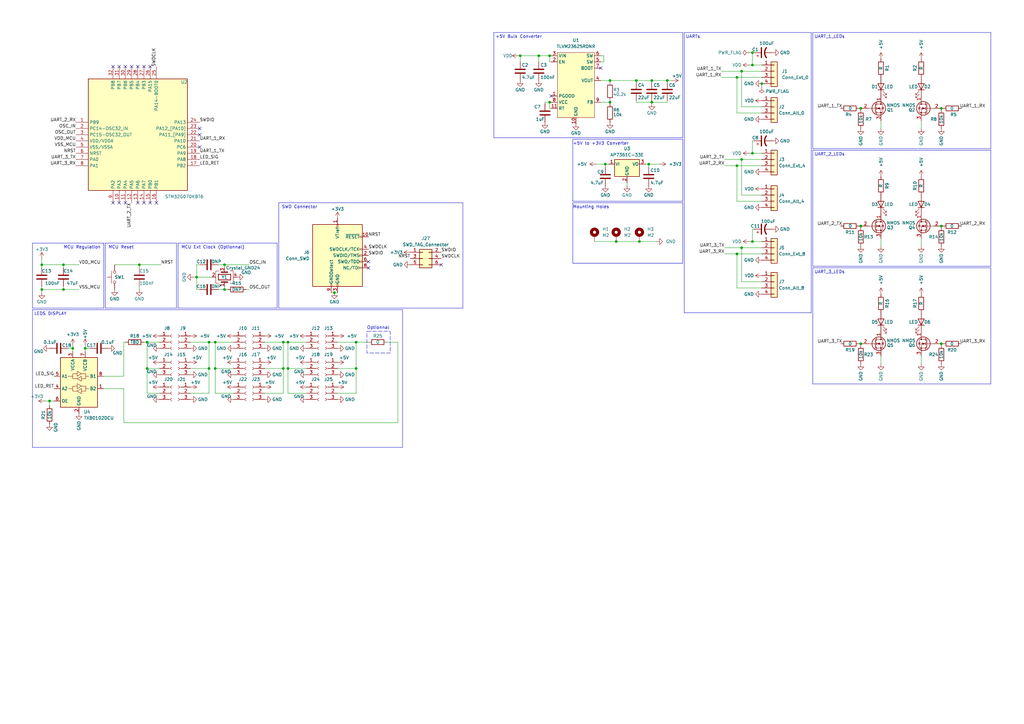
<source format=kicad_sch>
(kicad_sch (version 20230121) (generator eeschema)
  (paper "A3")
  (junction (at 250.19 41.91))
  (junction (at 267.335 33.02))
  (junction (at 116.205 140.335))
  (junction (at 304.165 29.21))
  (junction (at 267.335 41.91))
  (junction (at 146.05 151.13))
  (junction (at 80.645 113.665))
  (junction (at 57.15 108.585))
  (junction (at 213.36 22.86))
  (junction (at 17.145 118.745))
  (junction (at 225.425 22.86))
  (junction (at 137.16 120.015))
  (junction (at 88.265 151.13))
  (junction (at 308.61 26.67))
  (junction (at 116.205 151.13))
  (junction (at 353.06 140.97))
  (junction (at 92.075 118.745))
  (junction (at 29.845 142.875))
  (junction (at 26.035 118.745))
  (junction (at 60.325 151.13))
  (junction (at 308.61 99.06))
  (junction (at 92.075 108.585))
  (junction (at 302.26 104.14))
  (junction (at 17.145 108.585))
  (junction (at 386.08 44.45))
  (junction (at 60.325 140.335))
  (junction (at 304.165 65.405))
  (junction (at 118.11 151.13))
  (junction (at 386.08 140.97))
  (junction (at 304.165 101.6))
  (junction (at 220.98 22.86))
  (junction (at 260.985 33.02))
  (junction (at 353.06 44.45))
  (junction (at 312.42 34.29))
  (junction (at 248.285 67.31))
  (junction (at 225.425 41.91))
  (junction (at 252.73 99.06))
  (junction (at 386.08 92.71))
  (junction (at 85.725 140.335))
  (junction (at 353.06 92.71))
  (junction (at 118.11 140.335))
  (junction (at 88.265 140.335))
  (junction (at 146.05 140.335))
  (junction (at 26.035 108.585))
  (junction (at 20.32 164.465))
  (junction (at 308.61 21.59))
  (junction (at 262.255 99.06))
  (junction (at 302.26 67.945))
  (junction (at 308.61 62.865))
  (junction (at 85.725 151.13))
  (junction (at 266.065 67.31))
  (junction (at 34.925 142.875))
  (junction (at 273.685 33.02))
  (junction (at 250.19 33.02))
  (junction (at 302.26 31.75))
  (no_connect (at 48.895 83.185))
  (no_connect (at 64.135 83.185))
  (no_connect (at 61.595 83.185))
  (no_connect (at 81.915 60.325))
  (no_connect (at 61.595 27.305))
  (no_connect (at 59.055 83.185))
  (no_connect (at 81.915 52.705))
  (no_connect (at 51.435 83.185))
  (no_connect (at 151.13 109.855))
  (no_connect (at 151.13 107.315))
  (no_connect (at 46.355 83.185))
  (no_connect (at 48.895 27.305))
  (no_connect (at 180.975 108.585))
  (no_connect (at 53.975 27.305))
  (no_connect (at 56.515 27.305))
  (no_connect (at 246.38 27.94))
  (no_connect (at 56.515 83.185))
  (no_connect (at 46.355 27.305))
  (no_connect (at 226.06 39.37))
  (no_connect (at 59.055 27.305))
  (no_connect (at 51.435 27.305))
  (no_connect (at 81.915 55.245))
  (wire (pts (xy 65.405 161.29) (xy 60.325 161.29)))
  (wire (pts (xy 266.065 67.31) (xy 266.065 68.58)))
  (polyline (pts (xy 332.74 13.335) (xy 332.74 128.27)))
  (wire (pts (xy 312.42 35.56) (xy 312.42 34.29)))
  (wire (pts (xy 92.075 117.475) (xy 92.075 118.745)))
  (wire (pts (xy 304.165 29.21) (xy 312.42 29.21)))
  (polyline (pts (xy 234.95 83.185) (xy 280.035 83.185)))
  (wire (pts (xy 50.8 154.305) (xy 42.545 154.305)))
  (wire (pts (xy 352.425 44.45) (xy 353.06 44.45)))
  (polyline (pts (xy 72.39 99.695) (xy 72.39 126.365)))
  (wire (pts (xy 79.375 113.665) (xy 80.645 113.665)))
  (wire (pts (xy 85.725 161.29) (xy 85.725 151.13)))
  (wire (pts (xy 88.265 161.29) (xy 88.265 151.13)))
  (wire (pts (xy 244.475 67.31) (xy 248.285 67.31)))
  (wire (pts (xy 220.98 22.86) (xy 225.425 22.86)))
  (wire (pts (xy 220.98 22.86) (xy 220.98 25.4)))
  (wire (pts (xy 81.915 108.585) (xy 80.645 108.585)))
  (wire (pts (xy 260.985 41.91) (xy 260.985 41.275)))
  (wire (pts (xy 275.59 33.02) (xy 273.685 33.02)))
  (wire (pts (xy 118.11 161.29) (xy 125.73 161.29)))
  (polyline (pts (xy 13.335 127) (xy 13.335 183.515)))
  (wire (pts (xy 225.425 41.91) (xy 226.06 41.91)))
  (wire (pts (xy 158.75 140.335) (xy 163.195 140.335)))
  (wire (pts (xy 88.265 140.335) (xy 95.885 140.335)))
  (polyline (pts (xy 234.95 57.15) (xy 234.95 82.55)))
  (polyline (pts (xy 114.3 83.185) (xy 189.865 83.185)))
  (wire (pts (xy 92.075 118.745) (xy 89.535 118.745)))
  (wire (pts (xy 302.26 31.75) (xy 312.42 31.75)))
  (wire (pts (xy 163.195 173.355) (xy 50.8 173.355)))
  (polyline (pts (xy 73.025 99.695) (xy 113.665 99.695)))
  (wire (pts (xy 250.19 33.655) (xy 250.19 33.02)))
  (wire (pts (xy 57.15 108.585) (xy 66.04 108.585)))
  (wire (pts (xy 60.325 140.335) (xy 65.405 140.335)))
  (wire (pts (xy 267.335 33.655) (xy 267.335 33.02)))
  (wire (pts (xy 78.105 140.335) (xy 85.725 140.335)))
  (wire (pts (xy 304.165 115.57) (xy 304.165 101.6)))
  (polyline (pts (xy 280.035 57.15) (xy 280.035 82.55)))
  (wire (pts (xy 386.08 93.345) (xy 386.08 92.71)))
  (wire (pts (xy 85.725 140.335) (xy 88.265 140.335)))
  (wire (pts (xy 223.52 41.91) (xy 223.52 42.545)))
  (polyline (pts (xy 189.865 83.185) (xy 189.865 126.365)))
  (wire (pts (xy 17.145 120.015) (xy 17.145 118.745)))
  (wire (pts (xy 116.205 140.335) (xy 118.11 140.335)))
  (wire (pts (xy 108.585 151.13) (xy 116.205 151.13)))
  (polyline (pts (xy 333.375 109.855) (xy 406.4 109.855)))
  (wire (pts (xy 250.19 33.02) (xy 246.38 33.02)))
  (wire (pts (xy 60.325 161.29) (xy 60.325 151.13)))
  (wire (pts (xy 361.315 52.705) (xy 361.315 49.53)))
  (wire (pts (xy 60.325 140.335) (xy 59.055 140.335)))
  (wire (pts (xy 138.43 161.29) (xy 146.05 161.29)))
  (wire (pts (xy 394.335 44.45) (xy 393.7 44.45)))
  (wire (pts (xy 295.91 31.75) (xy 302.26 31.75)))
  (polyline (pts (xy 43.18 99.695) (xy 72.39 99.695)))
  (wire (pts (xy 304.165 101.6) (xy 312.42 101.6)))
  (wire (pts (xy 252.73 99.06) (xy 262.255 99.06)))
  (polyline (pts (xy 406.4 60.96) (xy 333.375 60.96)))
  (polyline (pts (xy 333.375 61.595) (xy 333.375 109.22)))
  (polyline (pts (xy 165.1 183.515) (xy 13.335 183.515)))
  (wire (pts (xy 36.83 142.875) (xy 34.925 142.875)))
  (wire (pts (xy 312.42 82.55) (xy 302.26 82.55)))
  (wire (pts (xy 118.11 151.13) (xy 125.73 151.13)))
  (wire (pts (xy 344.805 140.97) (xy 345.44 140.97)))
  (wire (pts (xy 34.925 141.605) (xy 34.925 142.875)))
  (wire (pts (xy 116.205 161.29) (xy 116.205 151.13)))
  (wire (pts (xy 273.685 33.655) (xy 273.685 33.02)))
  (wire (pts (xy 308.61 62.865) (xy 312.42 62.865)))
  (wire (pts (xy 307.34 99.06) (xy 308.61 99.06)))
  (wire (pts (xy 307.34 26.67) (xy 308.61 26.67)))
  (polyline (pts (xy 114.3 126.365) (xy 189.865 126.365)))
  (polyline (pts (xy 332.74 128.27) (xy 280.67 128.27)))
  (wire (pts (xy 266.065 67.31) (xy 270.51 67.31)))
  (wire (pts (xy 29.845 142.875) (xy 29.845 144.145)))
  (wire (pts (xy 377.825 52.705) (xy 377.825 49.53)))
  (wire (pts (xy 394.335 140.97) (xy 393.7 140.97)))
  (wire (pts (xy 26.035 108.585) (xy 32.385 108.585)))
  (wire (pts (xy 307.34 62.865) (xy 308.61 62.865)))
  (wire (pts (xy 247.65 22.86) (xy 247.65 25.4)))
  (wire (pts (xy 385.445 44.45) (xy 386.08 44.45)))
  (wire (pts (xy 353.06 45.085) (xy 353.06 44.45)))
  (wire (pts (xy 151.13 140.335) (xy 146.05 140.335)))
  (polyline (pts (xy 43.18 126.365) (xy 43.18 99.695)))
  (wire (pts (xy 26.035 118.745) (xy 26.035 117.475)))
  (wire (pts (xy 26.035 118.745) (xy 32.385 118.745)))
  (polyline (pts (xy 280.035 107.95) (xy 234.95 107.95)))
  (polyline (pts (xy 280.67 13.335) (xy 280.67 128.27)))
  (wire (pts (xy 297.18 65.405) (xy 304.165 65.405)))
  (polyline (pts (xy 280.035 56.515) (xy 202.565 56.515)))
  (wire (pts (xy 312.42 115.57) (xy 304.165 115.57)))
  (polyline (pts (xy 406.4 13.335) (xy 406.4 60.96)))
  (wire (pts (xy 27.94 142.875) (xy 29.845 142.875)))
  (wire (pts (xy 226.06 25.4) (xy 225.425 25.4)))
  (wire (pts (xy 17.145 108.585) (xy 26.035 108.585)))
  (wire (pts (xy 297.18 101.6) (xy 304.165 101.6)))
  (polyline (pts (xy 13.335 99.695) (xy 13.335 126.365)))
  (wire (pts (xy 80.645 113.665) (xy 80.645 118.745)))
  (wire (pts (xy 29.845 141.605) (xy 29.845 142.875)))
  (wire (pts (xy 88.265 161.29) (xy 95.885 161.29)))
  (wire (pts (xy 267.335 41.91) (xy 273.685 41.91)))
  (wire (pts (xy 312.42 118.11) (xy 302.26 118.11)))
  (wire (pts (xy 307.34 21.59) (xy 308.61 21.59)))
  (wire (pts (xy 304.165 80.01) (xy 304.165 65.405)))
  (wire (pts (xy 250.19 42.545) (xy 250.19 41.91)))
  (polyline (pts (xy 234.95 57.15) (xy 280.035 57.15)))
  (polyline (pts (xy 13.335 99.695) (xy 42.545 99.695)))
  (wire (pts (xy 352.425 140.97) (xy 353.06 140.97)))
  (wire (pts (xy 226.06 44.45) (xy 225.425 44.45)))
  (wire (pts (xy 353.695 140.97) (xy 353.06 140.97)))
  (wire (pts (xy 302.26 104.14) (xy 312.42 104.14)))
  (wire (pts (xy 247.65 25.4) (xy 246.38 25.4)))
  (wire (pts (xy 260.985 41.91) (xy 267.335 41.91)))
  (polyline (pts (xy 333.375 13.335) (xy 333.375 60.96)))
  (wire (pts (xy 146.05 161.29) (xy 146.05 151.13)))
  (polyline (pts (xy 42.545 126.365) (xy 13.335 126.365)))
  (polyline (pts (xy 280.035 13.335) (xy 280.035 56.515)))
  (wire (pts (xy 273.685 41.91) (xy 273.685 41.275)))
  (wire (pts (xy 377.825 100.965) (xy 377.825 97.79)))
  (polyline (pts (xy 202.565 13.335) (xy 280.035 13.335)))
  (polyline (pts (xy 406.4 109.855) (xy 406.4 157.48)))
  (polyline (pts (xy 42.545 99.695) (xy 42.545 126.365)))
  (wire (pts (xy 386.715 44.45) (xy 386.08 44.45)))
  (wire (pts (xy 17.145 118.745) (xy 17.145 117.475)))
  (wire (pts (xy 352.425 92.71) (xy 353.06 92.71)))
  (wire (pts (xy 385.445 92.71) (xy 386.08 92.71)))
  (wire (pts (xy 394.335 92.71) (xy 393.7 92.71)))
  (polyline (pts (xy 406.4 61.595) (xy 406.4 109.22)))
  (wire (pts (xy 262.255 99.06) (xy 269.24 99.06)))
  (wire (pts (xy 20.32 164.465) (xy 20.32 166.37)))
  (wire (pts (xy 260.985 33.02) (xy 260.985 33.655)))
  (wire (pts (xy 92.075 118.745) (xy 93.345 118.745)))
  (wire (pts (xy 386.715 140.97) (xy 386.08 140.97)))
  (wire (pts (xy 223.52 41.91) (xy 225.425 41.91)))
  (wire (pts (xy 250.19 41.91) (xy 246.38 41.91)))
  (wire (pts (xy 309.245 21.59) (xy 308.61 21.59)))
  (wire (pts (xy 302.26 46.355) (xy 302.26 31.75)))
  (wire (pts (xy 18.415 164.465) (xy 20.32 164.465)))
  (wire (pts (xy 22.225 164.465) (xy 20.32 164.465)))
  (polyline (pts (xy 333.375 13.335) (xy 406.4 13.335)))
  (wire (pts (xy 50.8 159.385) (xy 42.545 159.385)))
  (wire (pts (xy 267.335 33.02) (xy 260.985 33.02)))
  (wire (pts (xy 308.61 99.06) (xy 312.42 99.06)))
  (polyline (pts (xy 333.375 61.595) (xy 406.4 61.595)))
  (wire (pts (xy 312.42 80.01) (xy 304.165 80.01)))
  (polyline (pts (xy 280.035 82.55) (xy 234.95 82.55)))
  (wire (pts (xy 137.16 120.015) (xy 138.43 120.015)))
  (wire (pts (xy 78.105 161.29) (xy 85.725 161.29)))
  (wire (pts (xy 225.425 44.45) (xy 225.425 41.91)))
  (polyline (pts (xy 73.025 99.695) (xy 73.025 126.365)))
  (wire (pts (xy 385.445 140.97) (xy 386.08 140.97)))
  (wire (pts (xy 344.805 92.71) (xy 345.44 92.71)))
  (wire (pts (xy 118.11 140.335) (xy 125.73 140.335)))
  (wire (pts (xy 386.715 92.71) (xy 386.08 92.71)))
  (wire (pts (xy 26.035 108.585) (xy 26.035 109.855)))
  (wire (pts (xy 85.725 151.13) (xy 85.725 140.335)))
  (wire (pts (xy 353.695 92.71) (xy 353.06 92.71)))
  (polyline (pts (xy 202.565 13.335) (xy 202.565 56.515)))
  (wire (pts (xy 243.84 99.06) (xy 252.73 99.06)))
  (wire (pts (xy 249.555 67.31) (xy 248.285 67.31)))
  (wire (pts (xy 304.165 29.21) (xy 304.165 43.815)))
  (wire (pts (xy 57.15 117.475) (xy 57.15 118.745)))
  (wire (pts (xy 302.26 67.945) (xy 312.42 67.945)))
  (wire (pts (xy 386.08 141.605) (xy 386.08 140.97)))
  (wire (pts (xy 304.165 65.405) (xy 312.42 65.405)))
  (wire (pts (xy 88.265 140.335) (xy 88.265 151.13)))
  (wire (pts (xy 297.18 67.945) (xy 302.26 67.945)))
  (wire (pts (xy 308.61 57.785) (xy 308.61 62.865)))
  (wire (pts (xy 361.315 149.225) (xy 361.315 146.05)))
  (wire (pts (xy 92.075 108.585) (xy 102.235 108.585)))
  (wire (pts (xy 137.16 120.015) (xy 135.89 120.015)))
  (wire (pts (xy 220.98 22.86) (xy 213.36 22.86)))
  (wire (pts (xy 353.06 141.605) (xy 353.06 140.97)))
  (polyline (pts (xy 406.4 157.48) (xy 333.375 157.48)))
  (wire (pts (xy 302.26 118.11) (xy 302.26 104.14)))
  (wire (pts (xy 304.165 43.815) (xy 312.42 43.815)))
  (wire (pts (xy 57.15 108.585) (xy 46.99 108.585)))
  (polyline (pts (xy 333.375 109.855) (xy 333.375 157.48)))
  (wire (pts (xy 267.335 41.91) (xy 267.335 41.275)))
  (wire (pts (xy 116.205 151.13) (xy 116.205 140.335)))
  (wire (pts (xy 17.145 108.585) (xy 17.145 109.855)))
  (wire (pts (xy 88.265 151.13) (xy 95.885 151.13)))
  (wire (pts (xy 308.61 21.59) (xy 308.61 26.67)))
  (polyline (pts (xy 280.035 83.185) (xy 280.035 107.95)))
  (wire (pts (xy 92.075 108.585) (xy 89.535 108.585)))
  (polyline (pts (xy 406.4 109.22) (xy 333.375 109.22)))
  (wire (pts (xy 146.05 140.335) (xy 146.05 151.13)))
  (wire (pts (xy 309.245 57.785) (xy 308.61 57.785)))
  (wire (pts (xy 57.15 109.855) (xy 57.15 108.585)))
  (polyline (pts (xy 113.665 99.695) (xy 113.665 126.365)))
  (wire (pts (xy 17.145 106.045) (xy 17.145 108.585)))
  (wire (pts (xy 309.245 93.98) (xy 308.61 93.98)))
  (wire (pts (xy 361.315 100.965) (xy 361.315 97.79)))
  (wire (pts (xy 257.175 76.2) (xy 257.175 74.93)))
  (wire (pts (xy 92.075 109.855) (xy 92.075 108.585)))
  (wire (pts (xy 138.43 151.13) (xy 146.05 151.13)))
  (wire (pts (xy 308.61 26.67) (xy 312.42 26.67)))
  (wire (pts (xy 250.19 41.275) (xy 250.19 41.91)))
  (wire (pts (xy 108.585 161.29) (xy 116.205 161.29)))
  (polyline (pts (xy 280.67 13.335) (xy 332.74 13.335)))
  (wire (pts (xy 50.8 140.335) (xy 51.435 140.335)))
  (wire (pts (xy 308.61 93.98) (xy 308.61 99.06)))
  (wire (pts (xy 118.11 140.335) (xy 118.11 151.13)))
  (wire (pts (xy 353.06 93.345) (xy 353.06 92.71)))
  (wire (pts (xy 146.05 140.335) (xy 138.43 140.335)))
  (wire (pts (xy 246.38 22.86) (xy 247.65 22.86)))
  (wire (pts (xy 163.195 140.335) (xy 163.195 173.355)))
  (polyline (pts (xy 114.3 126.365) (xy 114.3 83.185)))
  (wire (pts (xy 353.695 44.45) (xy 353.06 44.45)))
  (wire (pts (xy 302.26 82.55) (xy 302.26 67.945)))
  (wire (pts (xy 250.19 33.02) (xy 260.985 33.02)))
  (wire (pts (xy 17.145 118.745) (xy 26.035 118.745)))
  (wire (pts (xy 225.425 25.4) (xy 225.425 22.86)))
  (wire (pts (xy 264.795 67.31) (xy 266.065 67.31)))
  (wire (pts (xy 386.08 45.085) (xy 386.08 44.45)))
  (wire (pts (xy 50.8 140.335) (xy 50.8 154.305)))
  (wire (pts (xy 377.825 149.225) (xy 377.825 146.05)))
  (wire (pts (xy 344.805 44.45) (xy 345.44 44.45)))
  (wire (pts (xy 213.36 25.4) (xy 213.36 22.86)))
  (wire (pts (xy 80.645 118.745) (xy 81.915 118.745)))
  (wire (pts (xy 267.335 42.545) (xy 267.335 41.91)))
  (wire (pts (xy 50.8 173.355) (xy 50.8 159.385)))
  (wire (pts (xy 212.725 22.86) (xy 213.36 22.86)))
  (wire (pts (xy 34.925 142.875) (xy 34.925 144.145)))
  (polyline (pts (xy 165.1 127) (xy 165.1 183.515)))
  (wire (pts (xy 100.965 118.745) (xy 102.235 118.745)))
  (wire (pts (xy 312.42 46.355) (xy 302.26 46.355)))
  (wire (pts (xy 78.105 151.13) (xy 85.725 151.13)))
  (polyline (pts (xy 13.335 127) (xy 165.1 127)))
  (wire (pts (xy 86.995 113.665) (xy 80.645 113.665)))
  (wire (pts (xy 248.285 67.31) (xy 248.285 68.58)))
  (wire (pts (xy 80.645 108.585) (xy 80.645 113.665)))
  (wire (pts (xy 297.18 104.14) (xy 302.26 104.14)))
  (wire (pts (xy 65.405 151.13) (xy 60.325 151.13)))
  (wire (pts (xy 267.335 33.02) (xy 273.685 33.02)))
  (polyline (pts (xy 72.39 126.365) (xy 43.18 126.365)))
  (polyline (pts (xy 234.95 83.185) (xy 234.95 107.95)))
  (polyline (pts (xy 113.665 126.365) (xy 73.025 126.365)))
  (wire (pts (xy 118.11 151.13) (xy 118.11 161.29)))
  (wire (pts (xy 295.91 29.21) (xy 304.165 29.21)))
  (wire (pts (xy 225.425 22.86) (xy 226.06 22.86)))
  (wire (pts (xy 60.325 151.13) (xy 60.325 140.335)))
  (wire (pts (xy 108.585 140.335) (xy 116.205 140.335)))
  (rectangle (start 150.495 135.89) (end 160.02 144.78) (stroke (width 0) (type dash)))
  (text "UART_2_LEDs" (at 334.01 64.135 0) (effects (font (size 1.27 1.27)) (justify left bottom)))
  (text "+5V to +3V3 Converter" (at 234.95 59.69 0) (effects (font (size 1.27 1.27)) (justify left bottom)))
  (text "+5V Bulk Converter" (at 203.2 15.875 0) (effects (font (size 1.27 1.27)) (justify left bottom)))
  (text "Optionnal" (at 150.495 135.255 0) (effects (font (size 1.27 1.27)) (justify left bottom)))
  (text "SWD Connector" (at 115.57 85.725 0) (effects (font (size 1.27 1.27)) (justify left bottom)))
  (text "LEDS DISPLAY" (at 13.97 129.54 0) (effects (font (size 1.27 1.27)) (justify left bottom)))
  (text "UART_1_LEDs" (at 334.01 15.875 0) (effects (font (size 1.27 1.27)) (justify left bottom)))
  (text "UART_3_LEDs" (at 334.01 112.395 0) (effects (font (size 1.27 1.27)) (justify left bottom)))
  (text "MCU Reset" (at 44.45 102.235 0) (effects (font (size 1.27 1.27)) (justify left bottom)))
  (text "UARTs" (at 281.305 15.875 0) (effects (font (size 1.27 1.27)) (justify left bottom)))
  (text "MCU Ext Clock (Optionnal)" (at 74.295 102.235 0) (effects (font (size 1.27 1.27)) (justify left bottom)))
  (text "MCU Regulation" (at 26.035 102.235 0) (effects (font (size 1.27 1.27)) (justify left bottom)))
  (text "Mounting Holes" (at 234.95 85.725 0) (effects (font (size 1.27 1.27)) (justify left bottom)))
  (label "UART_1_TX" (at 81.915 62.865 0))
  (label "NRST" (at 31.115 62.865 180))
  (label "LED_SIG" (at 22.225 154.305 180))
  (label "SWDCLK" (at 64.135 27.305 90))
  (label "UART_1_TX" (at 345.44 44.45 180))
  (label "NRST" (at 66.04 108.585 0))
  (label "VSS_MCU" (at 32.385 118.745 0))
  (label "OSC_OUT" (at 31.115 55.245 180))
  (label "NRST" (at 168.275 106.045 180))
  (label "UART_3_RX" (at 297.18 104.14 180))
  (label "LED_SIG" (at 81.915 65.405 0))
  (label "UART_3_TX" (at 345.44 140.97 180))
  (label "UART_1_RX" (at 295.91 31.75 180))
  (label "SWDIO" (at 151.13 104.775 0))
  (label "OSC_IN" (at 102.235 108.585 0))
  (label "OSC_OUT" (at 102.235 118.745 0))
  (label "UART_3_RX" (at 31.115 67.945 180))
  (label "UART_3_TX" (at 297.18 101.6 180))
  (label "UART_3_RX" (at 393.7 140.97 0))
  (label "LED_RET" (at 22.225 159.385 180))
  (label "SWDIO" (at 180.975 103.505 0))
  (label "SWDIO" (at 81.915 50.165 0))
  (label "SWDCLK" (at 180.975 106.045 0))
  (label "UART_2_RX" (at 393.7 92.71 0))
  (label "SWDCLK" (at 151.13 102.235 0))
  (label "UART_1_RX" (at 81.915 57.785 0))
  (label "UART_2_RX" (at 297.18 67.945 180))
  (label "UART_2_RX" (at 31.115 50.165 180))
  (label "UART_2_TX" (at 53.975 83.185 270))
  (label "UART_2_TX" (at 297.18 65.405 180))
  (label "UART_1_TX" (at 295.91 29.21 180))
  (label "UART_3_TX" (at 31.115 65.405 180))
  (label "UART_2_TX" (at 345.44 92.71 180))
  (label "LED_RET" (at 81.915 67.945 0))
  (label "VDD_MCU" (at 31.115 57.785 180))
  (label "UART_1_RX" (at 393.7 44.45 0))
  (label "NRST" (at 151.13 97.155 0))
  (label "VDD_MCU" (at 32.385 108.585 0))
  (label "VSS_MCU" (at 31.115 60.325 180))
  (label "OSC_IN" (at 31.115 52.705 180))
  (symbol (lib_id "power:GND") (at 125.73 153.67 270) (unit 1)
    (property "Reference" "#PWR080" (effects hide))
    (property "Value" "GND" (at 122.555 152.4 90))
  )
  (symbol (lib_id "Device:R") (at 377.825 124.46 0) (mirror y) (unit 1)
    (property "Reference" "R17" (at 375.285 124.46 90))
    (property "Value" "R" (at 377.825 124.46 90))
    (property "Footprint" "Resistor_SMD:R_0805_2012Metric_Pad1.20x1.40mm_HandSolder" (effects hide))
  )
  (symbol (lib_id "Connector_Generic:Conn_01x04") (at 317.5 80.01 0) (unit 1)
    (property "Reference" "J4" (at 319.405 80.01 0) (effects (justify left)))
    (property "Value" "Conn_Alt_4" (at 319.405 82.55 0) (effects (justify left)))
    (property "Footprint" "Connector_JST:JST_XH_B4B-XH-A_1x04_P2.50mm_Vertical" (effects hide))
  )
  (symbol (lib_id "Device:C_Polarized_US") (at 313.055 57.785 90) (unit 1)
    (property "Reference" "C8" (at 311.15 56.515 90) (effects (justify left)))
    (property "Value" "100uF" (at 317.5 53.975 90) (effects (justify left)))
    (property "Footprint" "Capacitor_THT:CP_Radial_D8.0mm_P3.50mm" (effects hide))
  )
  (symbol (lib_id "power:GND") (at 32.385 169.545 0) (unit 1)
    (property "Reference" "#PWR096" (effects hide))
    (property "Value" "GND" (at 32.385 174.625 90))
  )
  (symbol (lib_id "Switch:SW_Push") (at 46.99 113.665 90) (unit 1)
    (property "Reference" "SW1" (at 46.99 113.665 90) (effects (justify right)))
    (property "Value" "SW_Push" (effects hide))
    (property "Footprint" "Button_Switch_SMD:SW_Push_1P1T_NO_CK_KSC7xxJ" (effects hide))
  )
  (symbol (lib_id "power:GND") (at 57.15 118.745 0) (unit 1)
    (property "Reference" "#PWR044" (effects hide))
    (property "Value" "GND" (at 57.15 122.555 0))
  )
  (symbol (lib_id "power:GND") (at 220.98 33.02 0) (unit 1)
    (property "Reference" "#PWR07" (effects hide))
    (property "Value" "GND" (at 220.98 36.83 0))
  )
  (symbol (lib_id "Device:LED") (at 377.825 132.08 270) (mirror x) (unit 1)
    (property "Reference" "D6" (at 380.365 132.08 90))
    (property "Value" "LED" (at 374.65 132.08 90))
    (property "Footprint" "LED_SMD:LED_0805_2012Metric_Pad1.15x1.40mm_HandSolder" (effects hide))
  )
  (symbol (lib_id "power:GND") (at 248.285 76.2 0) (mirror y) (unit 1)
    (property "Reference" "#PWR027" (effects hide))
    (property "Value" "GND" (at 248.285 80.01 0))
  )
  (symbol (lib_id "Device:C") (at 267.335 37.465 0) (unit 1)
    (property "Reference" "C5" (at 267.97 34.925 0) (effects (justify left)))
    (property "Value" "22uF" (at 267.97 40.005 0) (effects (justify left)))
    (property "Footprint" "Capacitor_SMD:C_0805_2012Metric_Pad1.18x1.45mm_HandSolder" (effects hide))
  )
  (symbol (lib_id "power:+3V3") (at 17.145 106.045 0) (unit 1)
    (property "Reference" "#PWR039" (effects hide))
    (property "Value" "+3V3" (at 17.145 102.235 0))
  )
  (symbol (lib_id "power:GND") (at 17.145 120.015 0) (unit 1)
    (property "Reference" "#PWR045" (effects hide))
    (property "Value" "GND" (at 17.145 123.825 0))
  )
  (symbol (lib_id "power:GND") (at 108.585 153.67 90) (unit 1)
    (property "Reference" "#PWR079" (effects hide))
    (property "Value" "GND" (at 113.665 153.67 90))
  )
  (symbol (lib_id "power:GND") (at 267.335 42.545 0) (unit 1)
    (property "Reference" "#PWR011" (effects hide))
    (property "Value" "GND" (at 267.335 46.355 0))
  )
  (symbol (lib_id "power:GND") (at 386.08 149.225 0) (mirror y) (unit 1)
    (property "Reference" "#PWR075" (effects hide))
    (property "Value" "GND" (at 386.08 154.305 90))
  )
  (symbol (lib_id "Connector:Conn_01x03_Female") (at 133.35 161.29 0) (mirror y) (unit 1)
    (property "Reference" "J25" (at 136.525 155.575 0) (effects (justify left)))
    (property "Value" "Conn_01x03_Female" (effects hide))
    (property "Footprint" "Connector_Wire:SolderWirePad_1x03_Corner_SMD" (effects hide))
  )
  (symbol (lib_id "Device:Q_NMOS_DGS") (at 358.775 44.45 0) (unit 1)
    (property "Reference" "Q1" (at 365.125 45.085 0))
    (property "Value" "NMOS" (at 366.395 43.18 0))
    (property "Footprint" "PCM_Package_TO_SOT_SMD_AKL:SOT-23_Handsoldering" (effects hide))
  )
  (symbol (lib_id "power:+5V") (at 65.405 158.75 90) (unit 1)
    (property "Reference" "#PWR082" (effects hide))
    (property "Value" "+5V" (at 64.77 156.845 90) (effects (justify left)))
  )
  (symbol (lib_id "power:GND") (at 213.36 33.02 0) (unit 1)
    (property "Reference" "#PWR06" (effects hide))
    (property "Value" "GND" (at 213.36 36.83 0))
  )
  (symbol (lib_id "power:GND") (at 250.19 50.165 0) (unit 1)
    (property "Reference" "#PWR014" (effects hide))
    (property "Value" "GND" (at 250.19 53.975 0))
  )
  (symbol (lib_id "Device:LED") (at 377.825 83.82 270) (mirror x) (unit 1)
    (property "Reference" "D4" (at 380.365 83.82 90))
    (property "Value" "LED" (at 374.65 83.82 90))
    (property "Footprint" "LED_SMD:LED_0805_2012Metric_Pad1.15x1.40mm_HandSolder" (effects hide))
  )
  (symbol (lib_id "Device:R") (at 55.245 140.335 90) (unit 1)
    (property "Reference" "R18" (at 55.245 137.795 90))
    (property "Value" "TBD" (at 55.245 140.335 90))
    (property "Footprint" "Resistor_SMD:R_0805_2012Metric_Pad1.20x1.40mm_HandSolder" (effects hide))
  )
  (symbol (lib_id "power:+5V") (at 138.43 137.795 270) (unit 1)
    (property "Reference" "#PWR055" (effects hide))
    (property "Value" "+5V" (at 142.24 137.795 90) (effects (justify left)))
  )
  (symbol (lib_id "Device:R") (at 348.615 92.71 270) (unit 1)
    (property "Reference" "R11" (at 346.71 95.25 90) (effects (justify left)))
    (property "Value" "0" (at 347.98 92.71 90) (effects (justify left)))
    (property "Footprint" "Resistor_SMD:R_0805_2012Metric_Pad1.20x1.40mm_HandSolder" (effects hide))
  )
  (symbol (lib_id "Device:C") (at 223.52 46.355 0) (unit 1)
    (property "Reference" "C7" (at 219.075 43.815 0) (effects (justify left)))
    (property "Value" "1uF" (at 219.71 48.895 0) (effects (justify left)))
    (property "Footprint" "Capacitor_SMD:C_0805_2012Metric_Pad1.18x1.45mm_HandSolder" (effects hide))
  )
  (symbol (lib_id "power:GND") (at 125.73 163.83 270) (unit 1)
    (property "Reference" "#PWR092" (effects hide))
    (property "Value" "GND" (at 122.555 162.56 90))
  )
  (symbol (lib_id "Device:R") (at 154.94 140.335 90) (unit 1)
    (property "Reference" "R25" (at 154.94 137.795 90))
    (property "Value" "0" (at 154.94 140.335 90))
    (property "Footprint" "Resistor_SMD:R_0805_2012Metric_Pad1.20x1.40mm_HandSolder" (effects hide))
  )
  (symbol (lib_id "power:GND") (at 312.42 106.68 270) (unit 1)
    (property "Reference" "#PWR040" (effects hide))
    (property "Value" "GND" (at 309.245 106.68 90) (effects (justify right)))
  )
  (symbol (lib_id "Device:R") (at 361.315 124.46 0) (unit 1)
    (property "Reference" "R16" (at 363.855 124.46 90))
    (property "Value" "R" (at 361.315 124.46 90))
    (property "Footprint" "Resistor_SMD:R_0805_2012Metric_Pad1.20x1.40mm_HandSolder" (effects hide))
  )
  (symbol (lib_id "power:+3V3") (at 270.51 67.31 270) (unit 1)
    (property "Reference" "#PWR023" (effects hide))
    (property "Value" "+3V3" (at 274.32 67.31 90) (effects (justify left)))
  )
  (symbol (lib_id "power:+5V") (at 65.405 148.59 90) (unit 1)
    (property "Reference" "#PWR065" (effects hide))
    (property "Value" "+5V" (at 64.77 146.685 90) (effects (justify left)))
  )
  (symbol (lib_id "Connector:Conn_01x03_Female") (at 73.025 151.13 0) (mirror y) (unit 1)
    (property "Reference" "J15" (at 76.2 145.415 0) (effects (justify left)))
    (property "Value" "Conn_01x03_Female" (effects hide))
    (property "Footprint" "Connector_JST:JST_XH_B3B-XH-A_1x03_P2.50mm_Vertical" (effects hide))
  )
  (symbol (lib_id "Regulator_Linear:AP7361C-33E") (at 257.175 67.31 0) (unit 1)
    (property "Reference" "U3" (at 257.175 60.96 0))
    (property "Value" "AP7361C-33E" (at 257.175 63.5 0))
    (property "Footprint" "Package_TO_SOT_SMD:SOT-223-3_TabPin2" (effects hide))
    (property "Datasheet" "https://www.diodes.com/assets/Datasheets/AP7361C.pdf" (effects hide))
  )
  (symbol (lib_id "Device:C") (at 85.725 118.745 90) (unit 1)
    (property "Reference" "C16" (at 84.455 117.475 90) (effects (justify left)))
    (property "Value" "DNP" (at 90.805 117.475 90) (effects (justify left)))
    (property "Footprint" "Capacitor_SMD:C_0805_2012Metric_Pad1.18x1.45mm_HandSolder" (effects hide))
  )
  (symbol (lib_id "Connector:Conn_01x03_Female") (at 100.965 151.13 0) (unit 1)
    (property "Reference" "J16" (at 97.79 145.415 0) (effects (justify left)))
    (property "Value" "Conn_01x03_Female" (effects hide))
    (property "Footprint" "Connector_JST:JST_XH_B3B-XH-A_1x03_P2.50mm_Vertical" (effects hide))
  )
  (symbol (lib_id "power:VDD") (at 312.42 113.03 90) (unit 1)
    (property "Reference" "#PWR041" (effects hide))
    (property "Value" "VDD" (at 309.245 113.03 90) (effects (justify left)))
  )
  (symbol (lib_id "Device:R") (at 377.825 27.94 0) (mirror y) (unit 1)
    (property "Reference" "R2" (at 375.285 27.94 90))
    (property "Value" "R" (at 377.825 27.94 90))
    (property "Footprint" "Resistor_SMD:R_0805_2012Metric_Pad1.20x1.40mm_HandSolder" (effects hide))
  )
  (symbol (lib_id "power:+5V") (at 125.73 137.795 90) (unit 1)
    (property "Reference" "#PWR054" (effects hide))
    (property "Value" "+5V" (at 122.555 137.795 90) (effects (justify left)))
  )
  (symbol (lib_id "power:VDD") (at 312.42 77.47 90) (unit 1)
    (property "Reference" "#PWR030" (effects hide))
    (property "Value" "VDD" (at 309.245 77.47 90) (effects (justify left)))
  )
  (symbol (lib_id "power:+5V") (at 34.925 141.605 0) (unit 1)
    (property "Reference" "#PWR097" (effects hide))
    (property "Value" "+5V" (at 34.925 139.065 90) (effects (justify left)))
  )
  (symbol (lib_id "power:GND") (at 95.885 163.83 270) (unit 1)
    (property "Reference" "#PWR090" (effects hide))
    (property "Value" "GND" (at 92.71 162.56 90))
  )
  (symbol (lib_id "power:GND") (at 108.585 163.83 90) (unit 1)
    (property "Reference" "#PWR091" (effects hide))
    (property "Value" "GND" (at 113.665 163.83 90))
  )
  (symbol (lib_id "Device:C") (at 40.64 142.875 90) (unit 1)
    (property "Reference" "C17" (at 39.37 141.605 90) (effects (justify left)))
    (property "Value" "0.1uF" (at 46.99 140.335 90) (effects (justify left)))
    (property "Footprint" "Capacitor_SMD:C_0805_2012Metric_Pad1.18x1.45mm_HandSolder" (effects hide))
  )
  (symbol (lib_id "power:GND") (at 125.73 142.875 270) (unit 1)
    (property "Reference" "#PWR063" (effects hide))
    (property "Value" "GND" (at 120.65 142.875 90))
  )
  (symbol (lib_id "Device:LED") (at 361.315 35.56 90) (unit 1)
    (property "Reference" "D1" (at 358.775 35.56 90))
    (property "Value" "LED" (at 364.49 35.56 90))
    (property "Footprint" "LED_SMD:LED_0805_2012Metric_Pad1.15x1.40mm_HandSolder" (effects hide))
  )
  (symbol (lib_id "Device:R") (at 353.06 48.895 0) (unit 1)
    (property "Reference" "R7" (at 356.235 48.895 0))
    (property "Value" "10k" (at 353.06 48.895 90))
    (property "Footprint" "Resistor_SMD:R_0805_2012Metric_Pad1.20x1.40mm_HandSolder" (effects hide))
  )
  (symbol (lib_id "power:+5V") (at 108.585 137.795 270) (unit 1)
    (property "Reference" "#PWR053" (effects hide))
    (property "Value" "+5V" (at 112.395 137.795 90) (effects (justify left)))
  )
  (symbol (lib_id "power:GND") (at 312.42 34.29 270) (unit 1)
    (property "Reference" "#PWR09" (effects hide))
    (property "Value" "GND" (at 309.245 34.29 90) (effects (justify right)))
  )
  (symbol (lib_id "power:PWR_FLAG") (at 307.34 21.59 90) (unit 1)
    (property "Reference" "#FLG01" (effects hide))
    (property "Value" "PWR_FLAG" (at 304.165 21.59 90) (effects (justify left)))
  )
  (symbol (lib_id "Device:Q_NMOS_DGS") (at 380.365 140.97 0) (mirror y) (unit 1)
    (property "Reference" "Q6" (at 374.015 141.605 0))
    (property "Value" "NMOS" (at 372.745 139.7 0))
    (property "Footprint" "PCM_Package_TO_SOT_SMD_AKL:SOT-23_Handsoldering" (effects hide))
  )
  (symbol (lib_id "power:VDD") (at 307.34 99.06 90) (unit 1)
    (property "Reference" "#PWR034" (effects hide))
    (property "Value" "VDD" (at 304.165 99.06 90) (effects (justify left)))
  )
  (symbol (lib_id "power:GND") (at 361.315 100.965 0) (unit 1)
    (property "Reference" "#PWR036" (effects hide))
    (property "Value" "GND" (at 361.315 106.045 90))
  )
  (symbol (lib_id "power:+5V") (at 377.825 120.65 0) (mirror y) (unit 1)
    (property "Reference" "#PWR049" (effects hide))
    (property "Value" "+5V" (at 377.825 116.84 90) (effects (justify left)))
  )
  (symbol (lib_id "Device:R") (at 386.08 48.895 0) (mirror y) (unit 1)
    (property "Reference" "R8" (at 382.905 48.895 0))
    (property "Value" "10k" (at 386.08 48.895 90))
    (property "Footprint" "Resistor_SMD:R_0805_2012Metric_Pad1.20x1.40mm_HandSolder" (effects hide))
  )
  (symbol (lib_id "power:GND") (at 377.825 149.225 0) (mirror y) (unit 1)
    (property "Reference" "#PWR074" (effects hide))
    (property "Value" "GND" (at 377.825 154.305 90))
  )
  (symbol (lib_id "Mechanical:MountingHole_Pad") (at 252.73 96.52 0) (unit 1)
    (property "Reference" "H2" (at 255.905 93.98 0) (effects (justify left)))
    (property "Value" "M2" (at 255.905 96.52 0) (effects (justify left)))
    (property "Footprint" "MountingHole:MountingHole_2.7mm_M2.5_DIN965_Pad" (effects hide))
  )
  (symbol (lib_id "Device:Q_NMOS_DGS") (at 380.365 92.71 0) (mirror y) (unit 1)
    (property "Reference" "Q4" (at 374.015 93.345 0))
    (property "Value" "NMOS" (at 372.745 91.44 0))
    (property "Footprint" "PCM_Package_TO_SOT_SMD_AKL:SOT-23_Handsoldering" (effects hide))
  )
  (symbol (lib_id "Device:C") (at 17.145 113.665 0) (unit 1)
    (property "Reference" "C13" (at 17.145 111.125 0) (effects (justify left)))
    (property "Value" "100nF" (at 18.415 116.205 0) (effects (justify left)))
    (property "Footprint" "Capacitor_SMD:C_0805_2012Metric_Pad1.18x1.45mm_HandSolder" (effects hide))
  )
  (symbol (lib_id "Device:R") (at 361.315 76.2 0) (unit 1)
    (property "Reference" "R9" (at 363.855 76.2 90))
    (property "Value" "R" (at 361.315 76.2 90))
    (property "Footprint" "Resistor_SMD:R_0805_2012Metric_Pad1.20x1.40mm_HandSolder" (effects hide))
  )
  (symbol (lib_id "Mechanical:MountingHole_Pad") (at 262.255 96.52 0) (unit 1)
    (property "Reference" "H3" (at 265.43 93.98 0) (effects (justify left)))
    (property "Value" "M2" (at 265.43 96.52 0) (effects (justify left)))
    (property "Footprint" "MountingHole:MountingHole_2.7mm_M2.5_DIN965_Pad" (effects hide))
  )
  (symbol (lib_id "power:GND") (at 44.45 142.875 90) (unit 1)
    (property "Reference" "#PWR057" (effects hide))
    (property "Value" "GND" (at 48.26 144.78 90))
  )
  (symbol (lib_id "power:GND") (at 20.32 142.875 270) (unit 1)
    (property "Reference" "#PWR058" (effects hide))
    (property "Value" "GND" (at 15.875 144.145 90))
  )
  (symbol (lib_id "power:GND") (at 65.405 153.67 270) (unit 1)
    (property "Reference" "#PWR076" (effects hide))
    (property "Value" "GND" (at 62.23 152.4 90))
  )
  (symbol (lib_id "Device:LED") (at 377.825 35.56 270) (mirror x) (unit 1)
    (property "Reference" "D2" (at 380.365 35.56 90))
    (property "Value" "LED" (at 374.65 35.56 90))
    (property "Footprint" "LED_SMD:LED_0805_2012Metric_Pad1.15x1.40mm_HandSolder" (effects hide))
  )
  (symbol (lib_id "power:GND") (at 138.43 153.67 90) (unit 1)
    (property "Reference" "#PWR081" (effects hide))
    (property "Value" "GND" (at 143.51 153.67 90))
  )
  (symbol (lib_id "Connector:Conn_01x03_Female") (at 70.485 140.335 0) (unit 1)
    (property "Reference" "J8" (at 67.31 134.62 0) (effects (justify left)))
    (property "Value" "Conn_01x03_Female" (effects hide))
    (property "Footprint" "Connector_PinSocket_2.54mm:PinSocket_1x03_P2.54mm_Vertical" (effects hide))
  )
  (symbol (lib_id "power:GND") (at 316.865 21.59 90) (unit 1)
    (property "Reference" "#PWR01" (effects hide))
    (property "Value" "GND" (at 321.945 21.59 90))
  )
  (symbol (lib_id "power:+5V") (at 95.885 137.795 90) (unit 1)
    (property "Reference" "#PWR052" (effects hide))
    (property "Value" "+5V" (at 92.71 137.795 90) (effects (justify left)))
  )
  (symbol (lib_id "power:+5V") (at 95.885 148.59 90) (unit 1)
    (property "Reference" "#PWR067" (effects hide))
    (property "Value" "+5V" (at 95.25 146.685 90) (effects (justify left)))
  )
  (symbol (lib_id "Connector:Conn_01x03_Female") (at 130.81 140.335 0) (unit 1)
    (property "Reference" "J12" (at 127.635 134.62 0) (effects (justify left)))
    (property "Value" "Conn_01x03_Female" (effects hide))
    (property "Footprint" "Connector_PinSocket_2.54mm:PinSocket_1x03_P2.54mm_Vertical" (effects hide))
  )
  (symbol (lib_id "power:GND") (at 65.405 163.83 270) (unit 1)
    (property "Reference" "#PWR088" (effects hide))
    (property "Value" "GND" (at 62.23 162.56 90))
  )
  (symbol (lib_id "power:GND") (at 79.375 113.665 270) (unit 1)
    (property "Reference" "#PWR042" (effects hide))
    (property "Value" "GND" (at 75.565 113.665 0))
  )
  (symbol (lib_id "Device:R") (at 377.825 76.2 0) (mirror y) (unit 1)
    (property "Reference" "R10" (at 375.285 76.2 90))
    (property "Value" "R" (at 377.825 76.2 90))
    (property "Footprint" "Resistor_SMD:R_0805_2012Metric_Pad1.20x1.40mm_HandSolder" (effects hide))
  )
  (symbol (lib_id "Device:C") (at 26.035 113.665 0) (unit 1)
    (property "Reference" "C14" (at 26.035 111.125 0) (effects (justify left)))
    (property "Value" "47uF" (at 27.305 116.205 0) (effects (justify left)))
    (property "Footprint" "Capacitor_SMD:C_0805_2012Metric_Pad1.18x1.45mm_HandSolder" (effects hide))
  )
  (symbol (lib_id "power:GND") (at 312.42 120.65 270) (unit 1)
    (property "Reference" "#PWR047" (effects hide))
    (property "Value" "GND" (at 309.245 120.65 90) (effects (justify right)))
  )
  (symbol (lib_id "Logic_LevelTranslator:TXB0102DCU") (at 32.385 156.845 0) (unit 1)
    (property "Reference" "U4" (at 34.3409 168.91 0) (effects (justify left)))
    (property "Value" "TXB0102DCU" (at 34.3409 171.45 0) (effects (justify left)))
    (property "Footprint" "Package_SO:VSSOP-8_2.4x2.1mm_P0.5mm" (effects hide))
    (property "Datasheet" "http://www.ti.com/lit/ds/symlink/txb0102.pdf" (effects hide))
  )
  (symbol (lib_id "Connector:Conn_01x03_Female") (at 103.505 161.29 0) (mirror y) (unit 1)
    (property "Reference" "J23" (at 106.68 155.575 0) (effects (justify left)))
    (property "Value" "Conn_01x03_Female" (effects hide))
    (property "Footprint" "Connector_Wire:SolderWirePad_1x03_Corner_SMD" (effects hide))
  )
  (symbol (lib_id "power:GND") (at 138.43 163.83 90) (unit 1)
    (property "Reference" "#PWR093" (effects hide))
    (property "Value" "GND" (at 143.51 163.83 90))
  )
  (symbol (lib_id "Connector_Generic:Conn_01x04") (at 317.5 115.57 0) (unit 1)
    (property "Reference" "J7" (at 319.405 115.57 0) (effects (justify left)))
    (property "Value" "Conn_Alt_8" (at 319.405 118.11 0) (effects (justify left)))
    (property "Footprint" "Connector_JST:JST_XH_B4B-XH-A_1x04_P2.50mm_Vertical" (effects hide))
  )
  (symbol (lib_id "power:GND") (at 95.885 153.67 270) (unit 1)
    (property "Reference" "#PWR078" (effects hide))
    (property "Value" "GND" (at 92.71 152.4 90))
  )
  (symbol (lib_id "power:PWR_FLAG") (at 312.42 35.56 180) (unit 1)
    (property "Reference" "#FLG03" (effects hide))
    (property "Value" "PWR_FLAG" (at 318.77 37.465 0))
  )
  (symbol (lib_id "power:+5V") (at 377.825 72.39 0) (mirror y) (unit 1)
    (property "Reference" "#PWR026" (effects hide))
    (property "Value" "+5V" (at 377.825 68.58 90) (effects (justify left)))
  )
  (symbol (lib_id "Device:C") (at 273.685 37.465 0) (unit 1)
    (property "Reference" "C6" (at 274.32 34.925 0) (effects (justify left)))
    (property "Value" "22uF" (at 274.32 40.005 0) (effects (justify left)))
    (property "Footprint" "Capacitor_SMD:C_0805_2012Metric_Pad1.18x1.45mm_HandSolder" (effects hide))
  )
  (symbol (lib_id "Connector:Conn_01x03_Female") (at 133.35 140.335 0) (mirror y) (unit 1)
    (property "Reference" "J13" (at 136.525 134.62 0) (effects (justify left)))
    (property "Value" "Conn_01x03_Female" (effects hide))
    (property "Footprint" "Connector_PinSocket_2.54mm:PinSocket_1x03_P2.54mm_Vertical" (effects hide))
  )
  (symbol (lib_id "power:+5V") (at 275.59 33.02 270) (unit 1)
    (property "Reference" "#PWR08" (effects hide))
    (property "Value" "+5V" (at 275.59 31.115 90) (effects (justify left)))
  )
  (symbol (lib_id "power:+5V") (at 244.475 67.31 90) (unit 1)
    (property "Reference" "#PWR022" (effects hide))
    (property "Value" "+5V" (at 240.665 67.31 90) (effects (justify left)))
  )
  (symbol (lib_id "Device:R") (at 348.615 140.97 270) (unit 1)
    (property "Reference" "R19" (at 346.71 143.51 90) (effects (justify left)))
    (property "Value" "0" (at 347.98 140.97 90) (effects (justify left)))
    (property "Footprint" "Resistor_SMD:R_0805_2012Metric_Pad1.20x1.40mm_HandSolder" (effects hide))
  )
  (symbol (lib_id "Connector:Conn_01x03_Female") (at 73.025 161.29 0) (mirror y) (unit 1)
    (property "Reference" "J21" (at 76.2 155.575 0) (effects (justify left)))
    (property "Value" "Conn_01x03_Female" (effects hide))
    (property "Footprint" "Connector_Wire:SolderWirePad_1x03_Corner_SMD" (effects hide))
  )
  (symbol (lib_id "Device:C") (at 213.36 29.21 0) (unit 1)
    (property "Reference" "C2" (at 213.995 26.67 0) (effects (justify left)))
    (property "Value" "4.7uF" (at 213.995 31.75 0) (effects (justify left)))
    (property "Footprint" "Capacitor_SMD:C_0805_2012Metric_Pad1.18x1.45mm_HandSolder" (effects hide))
  )
  (symbol (lib_id "power:VDD") (at 307.34 62.865 90) (unit 1)
    (property "Reference" "#PWR021" (effects hide))
    (property "Value" "VDD" (at 304.165 62.865 90) (effects (justify left)))
  )
  (symbol (lib_id "Regulator_Linear:TLVM23625RDNR") (at 236.22 33.02 0) (unit 1)
    (property "Reference" "U1" (at 236.22 16.51 0))
    (property "Value" "TLVM23625RDNR" (at 236.22 19.05 0))
    (property "Footprint" "Package_DFN_QFN:QFN-FCMOD11_RDN_TEX" (effects hide))
  )
  (symbol (lib_id "power:VDD") (at 307.34 26.67 90) (unit 1)
    (property "Reference" "#PWR05" (effects hide))
    (property "Value" "VDD" (at 304.165 26.67 90) (effects (justify left)))
  )
  (symbol (lib_id "power:+5V") (at 138.43 148.59 270) (unit 1)
    (property "Reference" "#PWR070" (effects hide))
    (property "Value" "+5V" (at 139.065 146.685 90) (effects (justify left)))
  )
  (symbol (lib_id "Device:R") (at 386.08 97.155 0) (mirror y) (unit 1)
    (property "Reference" "R14" (at 382.905 97.155 0))
    (property "Value" "10k" (at 386.08 97.155 90))
    (property "Footprint" "Resistor_SMD:R_0805_2012Metric_Pad1.20x1.40mm_HandSolder" (effects hide))
  )
  (symbol (lib_id "power:GND") (at 65.405 142.875 270) (unit 1)
    (property "Reference" "#PWR059" (effects hide))
    (property "Value" "GND" (at 62.23 141.605 90))
  )
  (symbol (lib_id "Device:Q_NMOS_DGS") (at 358.775 140.97 0) (unit 1)
    (property "Reference" "Q5" (at 365.125 141.605 0))
    (property "Value" "NMOS" (at 366.395 139.7 0))
    (property "Footprint" "PCM_Package_TO_SOT_SMD_AKL:SOT-23_Handsoldering" (effects hide))
  )
  (symbol (lib_id "power:+3V3") (at 168.275 103.505 90) (unit 1)
    (property "Reference" "#PWR094" (effects hide))
    (property "Value" "+3V3" (at 162.56 103.505 90))
  )
  (symbol (lib_id "power:GND") (at 269.24 99.06 90) (unit 1)
    (property "Reference" "#PWR056" (effects hide))
    (property "Value" "GND" (at 273.05 99.06 90) (effects (justify right)))
  )
  (symbol (lib_id "Device:R") (at 353.06 97.155 0) (unit 1)
    (property "Reference" "R13" (at 356.235 97.155 0))
    (property "Value" "10k" (at 353.06 97.155 90))
    (property "Footprint" "Resistor_SMD:R_0805_2012Metric_Pad1.20x1.40mm_HandSolder" (effects hide))
  )
  (symbol (lib_id "Connector_Generic:Conn_01x04") (at 317.5 65.405 0) (unit 1)
    (property "Reference" "J3" (at 319.405 65.405 0) (effects (justify left)))
    (property "Value" "Conn_Ext_4" (at 319.405 67.945 0) (effects (justify left)))
    (property "Footprint" "Connector:QFN_4-M0G" (effects hide))
  )
  (symbol (lib_id "power:+5V") (at 361.315 24.13 0) (unit 1)
    (property "Reference" "#PWR03" (effects hide))
    (property "Value" "+5V" (at 361.315 20.32 90) (effects (justify left)))
  )
  (symbol (lib_id "power:+5V") (at 65.405 137.795 90) (unit 1)
    (property "Reference" "#PWR050" (effects hide))
    (property "Value" "+5V" (at 62.23 137.795 90) (effects (justify left)))
  )
  (symbol (lib_id "power:+5V") (at 78.105 148.59 270) (unit 1)
    (property "Reference" "#PWR066" (effects hide))
    (property "Value" "+5V" (at 78.74 146.685 90) (effects (justify left)))
  )
  (symbol (lib_id "power:GND") (at 108.585 142.875 90) (unit 1)
    (property "Reference" "#PWR062" (effects hide))
    (property "Value" "GND" (at 113.665 142.875 90))
  )
  (symbol (lib_id "power:GND") (at 257.175 76.2 0) (unit 1)
    (property "Reference" "#PWR028" (effects hide))
    (property "Value" "GND" (at 257.175 80.01 0))
  )
  (symbol (lib_id "power:+5V") (at 361.315 72.39 0) (unit 1)
    (property "Reference" "#PWR025" (effects hide))
    (property "Value" "+5V" (at 361.315 68.58 90) (effects (justify left)))
  )
  (symbol (lib_id "Device:Q_NMOS_DGS") (at 358.775 92.71 0) (unit 1)
    (property "Reference" "Q3" (at 365.125 93.345 0))
    (property "Value" "NMOS" (at 366.395 91.44 0))
    (property "Footprint" "PCM_Package_TO_SOT_SMD_AKL:SOT-23_Handsoldering" (effects hide))
  )
  (symbol (lib_id "Device:C") (at 260.985 37.465 0) (unit 1)
    (property "Reference" "C4" (at 261.62 34.925 0) (effects (justify left)))
    (property "Value" "22uF" (at 261.62 40.005 0) (effects (justify left)))
    (property "Footprint" "Capacitor_SMD:C_0805_2012Metric_Pad1.18x1.45mm_HandSolder" (effects hide))
  )
  (symbol (lib_id "Connector:Conn_01x03_Female") (at 73.025 140.335 0) (mirror y) (unit 1)
    (property "Reference" "J9" (at 76.2 134.62 0) (effects (justify left)))
    (property "Value" "Conn_01x03_Female" (effects hide))
    (property "Footprint" "Connector_PinSocket_2.54mm:PinSocket_1x03_P2.54mm_Vertical" (effects hide))
  )
  (symbol (lib_id "power:GND") (at 316.865 57.785 90) (unit 1)
    (property "Reference" "#PWR020" (effects hide))
    (property "Value" "GND" (at 321.945 57.785 90))
  )
  (symbol (lib_id "power:GND") (at 312.42 48.895 270) (unit 1)
    (property "Reference" "#PWR012" (effects hide))
    (property "Value" "GND" (at 309.245 48.895 90) (effects (justify right)))
  )
  (symbol (lib_id "MCU_ST_STM32G0:STM32G070KBT6") (at 56.515 56.515 0) (unit 1)
    (property "Reference" "U2" (at 75.565 33.655 0))
    (property "Value" "STM32G070KBT6" (at 75.565 80.645 0))
    (property "Footprint" "Package_QFP:LQFP-32_7x7mm_P0.8mm" (effects hide))
  )
  (symbol (lib_id "power:GND") (at 78.105 163.83 90) (unit 1)
    (property "Reference" "#PWR089" (effects hide))
    (property "Value" "GND" (at 83.185 163.83 90))
  )
  (symbol (lib_id "Device:C_Polarized_US") (at 313.055 93.98 90) (unit 1)
    (property "Reference" "C11" (at 311.785 92.71 90) (effects (justify left)))
    (property "Value" "100uF" (at 318.135 90.805 90) (effects (justify left)))
    (property "Footprint" "Capacitor_THT:CP_Radial_D8.0mm_P3.50mm" (effects hide))
  )
  (symbol (lib_id "power:GND") (at 361.315 149.225 0) (unit 1)
    (property "Reference" "#PWR073" (effects hide))
    (property "Value" "GND" (at 361.315 154.305 90))
  )
  (symbol (lib_id "Device:LED") (at 361.315 132.08 90) (unit 1)
    (property "Reference" "D5" (at 358.775 132.08 90))
    (property "Value" "LED" (at 364.49 132.08 90))
    (property "Footprint" "LED_SMD:LED_0805_2012Metric_Pad1.15x1.40mm_HandSolder" (effects hide))
  )
  (symbol (lib_id "power:GND") (at 377.825 52.705 0) (mirror y) (unit 1)
    (property "Reference" "#PWR018" (effects hide))
    (property "Value" "GND" (at 377.825 57.785 90))
  )
  (symbol (lib_id "power:+5V") (at 361.315 120.65 0) (unit 1)
    (property "Reference" "#PWR048" (effects hide))
    (property "Value" "+5V" (at 361.315 116.84 90) (effects (justify left)))
  )
  (symbol (lib_id "Device:Crystal_GND24") (at 92.075 113.665 90) (unit 1)
    (property "Reference" "Y1" (at 92.075 113.665 90))
    (property "Value" "Crystal_GND24" (at 99.695 109.855 90))
    (property "Footprint" "Crystal:Crystal_SMD_2016-4Pin_2.0x1.6mm" (effects hide))
  )
  (symbol (lib_id "Mechanical:MountingHole_Pad") (at 243.84 96.52 0) (unit 1)
    (property "Reference" "H1" (at 247.015 93.98 0) (effects (justify left)))
    (property "Value" "M2" (at 247.015 96.52 0) (effects (justify left)))
    (property "Footprint" "MountingHole:MountingHole_2.7mm_M2.5_DIN965_Pad" (effects hide))
  )
  (symbol (lib_id "power:GND") (at 97.155 113.665 90) (unit 1)
    (property "Reference" "#PWR0100" (effects hide))
    (property "Value" "GND" (at 100.965 111.76 90))
  )
  (symbol (lib_id "power:+5V") (at 125.73 148.59 90) (unit 1)
    (property "Reference" "#PWR069" (effects hide))
    (property "Value" "+5V" (at 125.095 146.685 90) (effects (justify left)))
  )
  (symbol (lib_id "Device:R") (at 390.525 44.45 90) (mirror x) (unit 1)
    (property "Reference" "R5" (at 392.43 46.99 90) (effects (justify left)))
    (property "Value" "0" (at 391.16 44.45 90) (effects (justify left)))
    (property "Footprint" "Resistor_SMD:R_0805_2012Metric_Pad1.20x1.40mm_HandSolder" (effects hide))
  )
  (symbol (lib_id "power:VDD") (at 212.725 22.86 90) (unit 1)
    (property "Reference" "#PWR02" (effects hide))
    (property "Value" "VDD" (at 210.185 22.86 90) (effects (justify left)))
  )
  (symbol (lib_id "Connector:Conn_01x03_Female") (at 100.965 140.335 0) (unit 1)
    (property "Reference" "J10" (at 97.79 134.62 0) (effects (justify left)))
    (property "Value" "Conn_01x03_Female" (effects hide))
    (property "Footprint" "Connector_PinSocket_2.54mm:PinSocket_1x03_P2.54mm_Vertical" (effects hide))
  )
  (symbol (lib_id "power:+5V") (at 108.585 158.75 270) (unit 1)
    (property "Reference" "#PWR085" (effects hide))
    (property "Value" "+5V" (at 108.585 156.845 90) (effects (justify left)))
  )
  (symbol (lib_id "power:+3V3") (at 29.845 141.605 0) (unit 1)
    (property "Reference" "#PWR098" (effects hide))
    (property "Value" "+3V3" (at 29.845 137.16 0))
  )
  (symbol (lib_id "Device:R") (at 386.08 145.415 0) (mirror y) (unit 1)
    (property "Reference" "R24" (at 382.905 145.415 0))
    (property "Value" "10k" (at 386.08 145.415 90))
    (property "Footprint" "Resistor_SMD:R_0805_2012Metric_Pad1.20x1.40mm_HandSolder" (effects hide))
  )
  (symbol (lib_id "power:GND") (at 353.06 149.225 0) (unit 1)
    (property "Reference" "#PWR072" (effects hide))
    (property "Value" "GND" (at 353.06 154.305 90))
  )
  (symbol (lib_id "power:+3V3") (at 18.415 164.465 90) (unit 1)
    (property "Reference" "#PWR071" (effects hide))
    (property "Value" "+3V3" (at 17.78 162.56 90) (effects (justify left)))
  )
  (symbol (lib_id "Device:C_Polarized_US") (at 313.055 21.59 90) (unit 1)
    (property "Reference" "C1" (at 311.15 20.32 90) (effects (justify left)))
    (property "Value" "100uF" (at 317.5 17.78 90) (effects (justify left)))
    (property "Footprint" "Capacitor_THT:CP_Radial_D8.0mm_P3.50mm" (effects hide))
  )
  (symbol (lib_id "Device:R") (at 250.19 37.465 0) (unit 1)
    (property "Reference" "R3" (at 251.46 36.83 0) (effects (justify left)))
    (property "Value" "40.2k" (at 251.46 38.735 0) (effects (justify left)))
    (property "Footprint" "Resistor_SMD:R_0805_2012Metric_Pad1.20x1.40mm_HandSolder" (effects hide))
  )
  (symbol (lib_id "Connector_Generic:Conn_01x04") (at 317.5 43.815 0) (unit 1)
    (property "Reference" "J2" (at 319.405 43.815 0) (effects (justify left)))
    (property "Value" "Conn_Alt_0" (at 319.405 46.355 0) (effects (justify left)))
    (property "Footprint" "Connector_JST:JST_XH_B4B-XH-A_1x04_P2.50mm_Vertical" (effects hide))
  )
  (symbol (lib_id "Connector:Conn_01x03_Female") (at 100.965 161.29 0) (unit 1)
    (property "Reference" "J22" (at 97.79 155.575 0) (effects (justify left)))
    (property "Value" "Conn_01x03_Female" (effects hide))
    (property "Footprint" "Connector_Wire:SolderWirePad_1x03_Corner_SMD" (effects hide))
  )
  (symbol (lib_id "power:GND") (at 138.43 142.875 90) (unit 1)
    (property "Reference" "#PWR064" (effects hide))
    (property "Value" "GND" (at 143.51 142.875 90))
  )
  (symbol (lib_id "Device:LED") (at 361.315 83.82 90) (unit 1)
    (property "Reference" "D3" (at 358.775 83.82 90))
    (property "Value" "LED" (at 364.49 83.82 90))
    (property "Footprint" "LED_SMD:LED_0805_2012Metric_Pad1.15x1.40mm_HandSolder" (effects hide))
  )
  (symbol (lib_id "power:GND") (at 312.42 70.485 270) (unit 1)
    (property "Reference" "#PWR024" (effects hide))
    (property "Value" "GND" (at 309.245 70.485 90) (effects (justify right)))
  )
  (symbol (lib_id "Device:R") (at 348.615 44.45 270) (unit 1)
    (property "Reference" "R4" (at 346.71 46.99 90) (effects (justify left)))
    (property "Value" "0" (at 347.98 44.45 90) (effects (justify left)))
    (property "Footprint" "Resistor_SMD:R_0805_2012Metric_Pad1.20x1.40mm_HandSolder" (effects hide))
  )
  (symbol (lib_id "power:GND") (at 266.065 76.2 0) (unit 1)
    (property "Reference" "#PWR029" (effects hide))
    (property "Value" "GND" (at 266.065 80.01 0))
  )
  (symbol (lib_id "power:+5V") (at 125.73 158.75 90) (unit 1)
    (property "Reference" "#PWR086" (effects hide))
    (property "Value" "+5V" (at 125.095 156.845 90) (effects (justify left)))
  )
  (symbol (lib_id "Device:C") (at 220.98 29.21 0) (unit 1)
    (property "Reference" "C3" (at 221.615 26.67 0) (effects (justify left)))
    (property "Value" "100nF" (at 221.615 31.75 0) (effects (justify left)))
    (property "Footprint" "Capacitor_SMD:C_0805_2012Metric_Pad1.18x1.45mm_HandSolder" (effects hide))
  )
  (symbol (lib_id "power:GND") (at 353.06 52.705 0) (unit 1)
    (property "Reference" "#PWR016" (effects hide))
    (property "Value" "GND" (at 353.06 57.785 90))
  )
  (symbol (lib_id "Connector_Generic:Conn_01x04") (at 317.5 101.6 0) (unit 1)
    (property "Reference" "J5" (at 319.405 101.6 0) (effects (justify left)))
    (property "Value" "Conn_Ext_8" (at 319.405 104.14 0) (effects (justify left)))
    (property "Footprint" "Connector:QFN_4-M0G" (effects hide))
  )
  (symbol (lib_id "Connector:Conn_01x03_Female") (at 130.81 151.13 0) (unit 1)
    (property "Reference" "J18" (at 127.635 145.415 0) (effects (justify left)))
    (property "Value" "Conn_01x03_Female" (effects hide))
    (property "Footprint" "Connector_JST:JST_XH_B3B-XH-A_1x03_P2.50mm_Vertical" (effects hide))
  )
  (symbol (lib_id "Device:R") (at 390.525 92.71 90) (mirror x) (unit 1)
    (property "Reference" "R12" (at 392.43 95.25 90) (effects (justify left)))
    (property "Value" "0" (at 391.16 92.71 90) (effects (justify left)))
    (property "Footprint" "Resistor_SMD:R_0805_2012Metric_Pad1.20x1.40mm_HandSolder" (effects hide))
  )
  (symbol (lib_id "power:GND") (at 386.08 100.965 0) (mirror y) (unit 1)
    (property "Reference" "#PWR038" (effects hide))
    (property "Value" "GND" (at 386.08 106.045 90))
  )
  (symbol (lib_id "Connector_Generic:Conn_01x04") (at 317.5 29.21 0) (unit 1)
    (property "Reference" "J1" (at 320.675 29.21 0) (effects (justify left)))
    (property "Value" "Conn_Ext_0" (at 320.675 31.75 0) (effects (justify left)))
    (property "Footprint" "Connector:QFN_4-M0G" (effects hide))
  )
  (symbol (lib_id "Device:C") (at 248.285 72.39 0) (mirror y) (unit 1)
    (property "Reference" "C9" (at 247.65 70.485 0) (effects (justify left)))
    (property "Value" "4.7uF" (at 247.65 74.93 0) (effects (justify left)))
    (property "Footprint" "Capacitor_SMD:C_0805_2012Metric_Pad1.18x1.45mm_HandSolder" (effects hide))
  )
  (symbol (lib_id "Connector:Conn_01x03_Female") (at 70.485 161.29 0) (unit 1)
    (property "Reference" "J20" (at 67.31 155.575 0) (effects (justify left)))
    (property "Value" "Conn_01x03_Female" (effects hide))
    (property "Footprint" "Connector_Wire:SolderWirePad_1x03_Corner_SMD" (effects hide))
  )
  (symbol (lib_id "power:+5V") (at 138.43 158.75 270) (unit 1)
    (property "Reference" "#PWR087" (effects hide))
    (property "Value" "+5V" (at 138.43 156.845 90) (effects (justify left)))
  )
  (symbol (lib_id "power:+5V") (at 377.825 24.13 0) (mirror y) (unit 1)
    (property "Reference" "#PWR04" (effects hide))
    (property "Value" "+5V" (at 377.825 20.32 90) (effects (justify left)))
  )
  (symbol (lib_id "Device:R") (at 20.32 170.18 180) (unit 1)
    (property "Reference" "R21" (at 17.78 170.18 90))
    (property "Value" "10k" (at 20.32 170.18 90))
    (property "Footprint" "Resistor_SMD:R_0805_2012Metric_Pad1.20x1.40mm_HandSolder" (effects hide))
  )
  (symbol (lib_id "power:GND") (at 78.105 142.875 90) (unit 1)
    (property "Reference" "#PWR060" (effects hide))
    (property "Value" "GND" (at 83.185 142.875 90))
  )
  (symbol (lib_id "Device:C") (at 24.13 142.875 270) (unit 1)
    (property "Reference" "C18" (at 25.4 141.605 90) (effects (justify left)))
    (property "Value" "0.1uF" (at 17.78 140.335 90) (effects (justify left)))
    (property "Footprint" "Capacitor_SMD:C_0805_2012Metric_Pad1.18x1.45mm_HandSolder" (effects hide))
  )
  (symbol (lib_id "power:GND") (at 377.825 100.965 0) (mirror y) (unit 1)
    (property "Reference" "#PWR037" (effects hide))
    (property "Value" "GND" (at 377.825 106.045 90))
  )
  (symbol (lib_id "Device:C") (at 85.725 108.585 90) (unit 1)
    (property "Reference" "C12" (at 84.455 107.315 90) (effects (justify left)))
    (property "Value" "DNP" (at 90.805 107.315 90) (effects (justify left)))
    (property "Footprint" "Capacitor_SMD:C_0805_2012Metric_Pad1.18x1.45mm_HandSolder" (effects hide))
  )
  (symbol (lib_id "Connector_Generic:Conn_02x03_Odd_Even") (at 173.355 106.045 0) (unit 1)
    (property "Reference" "J27" (at 174.625 97.79 0))
    (property "Value" "SWD_TAG_Connector" (at 174.625 100.33 0))
    (property "Footprint" "Connector:Tag-Connect_TC2030-IDC-NL_2x03_P1.27mm_Vertical" (effects hide))
  )
  (symbol (lib_id "power:GND") (at 20.32 173.99 0) (unit 1)
    (property "Reference" "#PWR099" (effects hide))
    (property "Value" "GND" (at 22.86 175.26 90))
  )
  (symbol (lib_id "power:GND") (at 223.52 50.165 0) (unit 1)
    (property "Reference" "#PWR013" (effects hide))
    (property "Value" "GND" (at 223.52 53.975 0))
  )
  (symbol (lib_id "power:+5V") (at 78.105 158.75 270) (unit 1)
    (property "Reference" "#PWR083" (effects hide))
    (property "Value" "+5V" (at 78.105 156.845 90) (effects (justify left)))
  )
  (symbol (lib_id "Device:Q_NMOS_DGS") (at 380.365 44.45 0) (mirror y) (unit 1)
    (property "Reference" "Q2" (at 374.015 45.085 0))
    (property "Value" "NMOS" (at 372.745 43.18 0))
    (property "Footprint" "PCM_Package_TO_SOT_SMD_AKL:SOT-23_Handsoldering" (effects hide))
  )
  (symbol (lib_id "Device:C") (at 266.065 72.39 0) (unit 1)
    (property "Reference" "C10" (at 266.7 69.85 0) (effects (justify left)))
    (property "Value" "4.7uF" (at 266.7 74.93 0) (effects (justify left)))
    (property "Footprint" "Capacitor_SMD:C_0805_2012Metric_Pad1.18x1.45mm_HandSolder" (effects hide))
  )
  (symbol (lib_id "power:GND") (at 312.42 85.09 270) (unit 1)
    (property "Reference" "#PWR031" (effects hide))
    (property "Value" "GND" (at 309.245 85.09 90) (effects (justify right)))
  )
  (symbol (lib_id "Device:R") (at 361.315 27.94 0) (unit 1)
    (property "Reference" "R1" (at 363.855 27.94 90))
    (property "Value" "R" (at 361.315 27.94 90))
    (property "Footprint" "Resistor_SMD:R_0805_2012Metric_Pad1.20x1.40mm_HandSolder" (effects hide))
  )
  (symbol (lib_id "Device:R") (at 353.06 145.415 0) (unit 1)
    (property "Reference" "R23" (at 356.235 145.415 0))
    (property "Value" "10k" (at 353.06 145.415 90))
    (property "Footprint" "Resistor_SMD:R_0805_2012Metric_Pad1.20x1.40mm_HandSolder" (effects hide))
  )
  (symbol (lib_id "Device:R") (at 390.525 140.97 90) (mirror x) (unit 1)
    (property "Reference" "R20" (at 392.43 143.51 90) (effects (justify left)))
    (property "Value" "0" (at 391.16 140.97 90) (effects (justify left)))
    (property "Footprint" "Resistor_SMD:R_0805_2012Metric_Pad1.20x1.40mm_HandSolder" (effects hide))
  )
  (symbol (lib_id "Connector:Conn_01x03_Female") (at 70.485 151.13 0) (unit 1)
    (property "Reference" "J14" (at 67.31 145.415 0) (effects (justify left)))
    (property "Value" "Conn_01x03_Female" (effects hide))
    (property "Footprint" "Connector_JST:JST_XH_B3B-XH-A_1x03_P2.50mm_Vertical" (effects hide))
  )
  (symbol (lib_id "power:+3V3") (at 138.43 89.535 0) (unit 1)
    (property "Reference" "#PWR032" (effects hide))
    (property "Value" "+3V3" (at 138.43 85.725 0))
  )
  (symbol (lib_id "power:+5V") (at 78.105 137.795 270) (unit 1)
    (property "Reference" "#PWR051" (effects hide))
    (property "Value" "+5V" (at 81.915 137.795 90) (effects (justify left)))
  )
  (symbol (lib_id "power:GND") (at 386.08 52.705 0) (mirror y) (unit 1)
    (property "Reference" "#PWR019" (effects hide))
    (property "Value" "GND" (at 386.08 57.785 90))
  )
  (symbol (lib_id "power:+5V") (at 108.585 148.59 270) (unit 1)
    (property "Reference" "#PWR068" (effects hide))
    (property "Value" "+5V" (at 109.22 146.685 90) (effects (justify left)))
  )
  (symbol (lib_id "power:+5V") (at 95.885 158.75 90) (unit 1)
    (property "Reference" "#PWR084" (effects hide))
    (property "Value" "+5V" (at 95.25 156.845 90) (effects (justify left)))
  )
  (symbol (lib_id "Connector:Conn_01x03_Female") (at 133.35 151.13 0) (mirror y) (unit 1)
    (property "Reference" "J19" (at 136.525 145.415 0) (effects (justify left)))
    (property "Value" "Conn_01x03_Female" (effects hide))
    (property "Footprint" "Connector_JST:JST_XH_B3B-XH-A_1x03_P2.50mm_Vertical" (effects hide))
  )
  (symbol (lib_id "Connector:Conn_ARM_JTAG_SWD_10") (at 138.43 104.775 0) (unit 1)
    (property "Reference" "J6" (at 127 103.505 0) (effects (justify right)))
    (property "Value" "Conn_SWD" (at 127 106.045 0) (effects (justify right)))
    (property "Footprint" "Connector_PinHeader_1.27mm:PinHeader_2x05_P1.27mm_Vertical_SMD" (effects hide))
    (property "Datasheet" "http://infocenter.arm.com/help/topic/com.arm.doc.ddi0314h/DDI0314H_coresight_components_trm.pdf" (effects hide))
  )
  (symbol (lib_id "power:GND") (at 316.865 93.98 90) (unit 1)
    (property "Reference" "#PWR033" (effects hide))
    (property "Value" "GND" (at 321.945 93.98 90))
  )
  (symbol (lib_id "power:GND") (at 137.16 120.015 0) (unit 1)
    (property "Reference" "#PWR046" (effects hide))
    (property "Value" "GND" (at 137.16 123.825 0))
  )
  (symbol (lib_id "power:VDD") (at 312.42 41.275 90) (unit 1)
    (property "Reference" "#PWR010" (effects hide))
    (property "Value" "VDD" (at 309.245 41.275 90) (effects (justify left)))
  )
  (symbol (lib_id "Device:R") (at 250.19 46.355 0) (unit 1)
    (property "Reference" "R6" (at 251.46 45.085 0) (effects (justify left)))
    (property "Value" "10k" (at 251.46 46.99 0) (effects (justify left)))
    (property "Footprint" "Resistor_SMD:R_0805_2012Metric_Pad1.20x1.40mm_HandSolder" (effects hide))
  )
  (symbol (lib_id "Device:C") (at 57.15 113.665 0) (unit 1)
    (property "Reference" "C15" (at 57.15 111.125 0) (effects (justify left)))
    (property "Value" "100nF" (at 57.15 116.205 0) (effects (justify left)))
    (property "Footprint" "Capacitor_SMD:C_0805_2012Metric_Pad1.18x1.45mm_HandSolder" (effects hide))
  )
  (symbol (lib_id "Device:R") (at 97.155 118.745 90) (unit 1)
    (property "Reference" "R15" (at 97.155 116.205 90))
    (property "Value" "DNP" (at 97.155 118.745 90))
    (property "Footprint" "Resistor_SMD:R_0805_2012Metric_Pad1.20x1.40mm_HandSolder" (effects hide))
  )
  (symbol (lib_id "power:GND") (at 78.105 153.67 90) (unit 1)
    (property "Reference" "#PWR077" (effects hide))
    (property "Value" "GND" (at 83.185 153.67 90))
  )
  (symbol (lib_id "power:GND") (at 353.06 100.965 0) (unit 1)
    (property "Reference" "#PWR035" (effects hide))
    (property "Value" "GND" (at 353.06 106.045 90))
  )
  (symbol (lib_id "Connector:Conn_01x03_Female") (at 103.505 140.335 0) (mirror y) (unit 1)
    (property "Reference" "J11" (at 106.68 134.62 0) (effects (justify left)))
    (property "Value" "Conn_01x03_Female" (effects hide))
    (property "Footprint" "Connector_PinSocket_2.54mm:PinSocket_1x03_P2.54mm_Vertical" (effects hide))
  )
  (symbol (lib_id "power:GND") (at 168.275 108.585 270) (unit 1)
    (property "Reference" "#PWR095" (effects hide))
    (property "Value" "GND" (at 163.195 108.585 90))
  )
  (symbol (lib_id "power:GND") (at 95.885 142.875 270) (unit 1)
    (property "Reference" "#PWR061" (effects hide))
    (property "Value" "GND" (at 90.805 142.875 90))
  )
  (symbol (lib_id "power:GND") (at 361.315 52.705 0) (unit 1)
    (property "Reference" "#PWR017" (effects hide))
    (property "Value" "GND" (at 361.315 57.785 90))
  )
  (symbol (lib_id "Connector:Conn_01x03_Female") (at 130.81 161.29 0) (unit 1)
    (property "Reference" "J24" (at 127.635 155.575 0) (effects (justify left)))
    (property "Value" "Conn_01x03_Female" (effects hide))
    (property "Footprint" "Connector_Wire:SolderWirePad_1x03_Corner_SMD" (effects hide))
  )
  (symbol (lib_id "power:GND") (at 236.22 50.8 0) (unit 1)
    (property "Reference" "#PWR015" (effects hide))
    (property "Value" "GND" (at 236.22 54.61 0))
  )
  (symbol (lib_id "power:GND") (at 46.99 118.745 0) (unit 1)
    (property "Reference" "#PWR043" (effects hide))
    (property "Value" "GND" (at 46.99 122.555 0))
  )
  (symbol (lib_id "Connector:Conn_01x03_Female") (at 103.505 151.13 0) (mirror y) (unit 1)
    (property "Reference" "J17" (at 106.68 145.415 0) (effects (justify left)))
    (property "Value" "Conn_01x03_Female" (effects hide))
    (property "Footprint" "Connector_JST:JST_XH_B3B-XH-A_1x03_P2.50mm_Vertical" (effects hide))
  )
)
</source>
